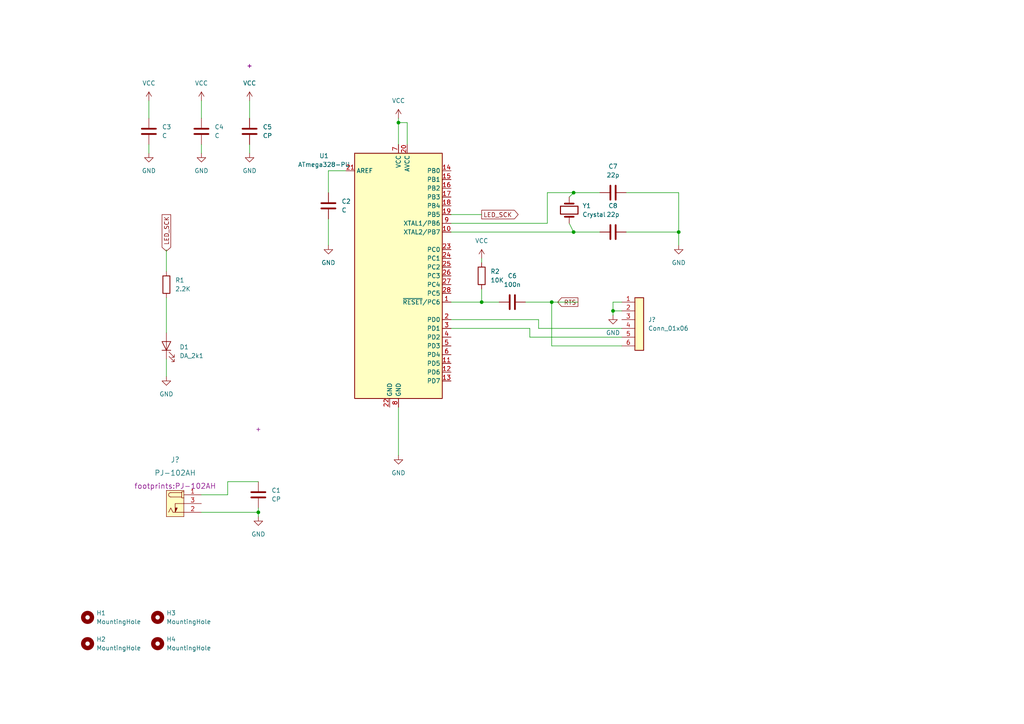
<source format=kicad_sch>
(kicad_sch (version 20211123) (generator eeschema)
  (paper "A4")
  (lib_symbols
    (symbol "HPS:ATmega328-PU"
      (property "Reference" "U" (at -11.43 39.37 0))
      (property "Value" "ATmega328-PU" (at -17.78 38.1 0))
      (symbol "ATmega328-PU_0_1"
        (rectangle (start -12.7 -35.56) (end 12.7 35.56) (stroke (width 0.254)) (fill (type background)))
      )
      (symbol "ATmega328-PU_1_1"
        (pin tri_state line (at 15.24 -7.62 180) (length 2.54) (name "~{RESET}/PC6") (number "1"))
        (pin tri_state line (at 15.24 12.7 180) (length 2.54) (name "XTAL2/PB7") (number "10"))
        (pin tri_state line (at 15.24 -25.4 180) (length 2.54) (name "PD5") (number "11"))
        (pin tri_state line (at 15.24 -27.94 180) (length 2.54) (name "PD6") (number "12"))
        (pin tri_state line (at 15.24 -30.48 180) (length 2.54) (name "PD7") (number "13"))
        (pin tri_state line (at 15.24 30.48 180) (length 2.54) (name "PB0") (number "14"))
        (pin tri_state line (at 15.24 27.94 180) (length 2.54) (name "PB1") (number "15"))
        (pin tri_state line (at 15.24 25.4 180) (length 2.54) (name "PB2") (number "16"))
        (pin tri_state line (at 15.24 22.86 180) (length 2.54) (name "PB3") (number "17"))
        (pin tri_state line (at 15.24 20.32 180) (length 2.54) (name "PB4") (number "18"))
        (pin tri_state line (at 15.24 17.78 180) (length 2.54) (name "PB5") (number "19"))
        (pin tri_state line (at 15.24 -12.7 180) (length 2.54) (name "PD0") (number "2"))
        (pin power_in line (at 2.54 38.1 270) (length 2.54) (name "AVCC") (number "20"))
        (pin passive line (at -15.24 30.48 0) (length 2.54) (name "AREF") (number "21"))
        (pin power_in line (at -2.54 -38.1 90) (length 2.54) (name "GND") (number "22"))
        (pin tri_state line (at 15.24 7.62 180) (length 2.54) (name "PC0") (number "23"))
        (pin tri_state line (at 15.24 5.08 180) (length 2.54) (name "PC1") (number "24"))
        (pin tri_state line (at 15.24 2.54 180) (length 2.54) (name "PC2") (number "25"))
        (pin tri_state line (at 15.24 0 180) (length 2.54) (name "PC3") (number "26"))
        (pin tri_state line (at 15.24 -2.54 180) (length 2.54) (name "PC4") (number "27"))
        (pin tri_state line (at 15.24 -5.08 180) (length 2.54) (name "PC5") (number "28"))
        (pin tri_state line (at 15.24 -15.24 180) (length 2.54) (name "PD1") (number "3"))
        (pin tri_state line (at 15.24 -17.78 180) (length 2.54) (name "PD2") (number "4"))
        (pin tri_state line (at 15.24 -20.32 180) (length 2.54) (name "PD3") (number "5"))
        (pin tri_state line (at 15.24 -22.86 180) (length 2.54) (name "PD4") (number "6"))
        (pin power_in line (at 0 38.1 270) (length 2.54) (name "VCC") (number "7"))
        (pin power_in line (at 0 -38.1 90) (length 2.54) (name "GND") (number "8"))
        (pin tri_state line (at 15.24 15.24 180) (length 2.54) (name "XTAL1/PB6") (number "9"))
      )
    )
    (symbol "HPS:C_0805_0.1uf" (pin_numbers hide) (pin_names (offset 0.254))
      (property "Reference" "C" (at 0.635 2.54 0))
      (property "Value" "C_0805_0.1uf" (at 0.635 -2.54 0))
      (symbol "C_0805_0.1uf_0_1"
        (polyline (pts (xy -2.032 -0.762) (xy 2.032 -0.762)) (stroke (width 0.508)))
        (polyline (pts (xy -2.032 0.762) (xy 2.032 0.762)) (stroke (width 0.508)))
      )
      (symbol "C_0805_0.1uf_1_1"
        (pin passive line (at 0 3.81 270) (length 2.794) (name "~") (number "1"))
        (pin passive line (at 0 -3.81 90) (length 2.794) (name "~") (number "2"))
      )
    )
    (symbol "HPS:Conn_01x06" (pin_names (offset 1.016) hide)
      (property "Reference" "J" (at 0 7.62 0))
      (property "Value" "Conn_01x06" (at 0 -10.16 0))
      (symbol "Conn_01x06_1_1"
        (rectangle (start -1.27 6.35) (end 1.27 -8.89) (stroke (width 0.254)) (fill (type background)))
        (pin passive line (at -5.08 5.08 0) (length 3.81) (name "Pin_1") (number "1"))
        (pin passive line (at -5.08 2.54 0) (length 3.81) (name "Pin_2") (number "2"))
        (pin passive line (at -5.08 0 0) (length 3.81) (name "Pin_3") (number "3"))
        (pin passive line (at -5.08 -2.54 0) (length 3.81) (name "Pin_4") (number "4"))
        (pin passive line (at -5.08 -5.08 0) (length 3.81) (name "Pin_5") (number "5"))
        (pin passive line (at -5.08 -7.62 0) (length 3.81) (name "Pin_6") (number "6"))
      )
    )
    (symbol "HPS:Crystal_32768Hz" (pin_numbers hide) (pin_names (offset 1.016) hide)
      (property "Reference" "Y" (at 0 3.81 0))
      (property "Value" "Crystal_32768Hz" (at 0 -3.81 0))
      (symbol "Crystal_32768Hz_0_1"
        (rectangle (start -1.143 2.54) (end 1.143 -2.54) (stroke (width 0.3048)))
        (polyline (pts (xy -2.54 0) (xy -1.905 0)))
        (polyline (pts (xy -1.905 -1.27) (xy -1.905 1.27)) (stroke (width 0.508)))
        (polyline (pts (xy 1.905 -1.27) (xy 1.905 1.27)) (stroke (width 0.508)))
        (polyline (pts (xy 2.54 0) (xy 1.905 0)))
      )
      (symbol "Crystal_32768Hz_1_1"
        (pin passive line (at -3.81 0 0) (length 1.27) (name "1") (number "1"))
        (pin passive line (at 3.81 0 180) (length 1.27) (name "2") (number "2"))
      )
    )
    (symbol "HPS:GND" (power) (pin_names (offset 0))
      (property "Value" "GND" (at 0 -3.81 0))
      (symbol "GND_0_1"
        (polyline (pts (xy 0 0) (xy 0 -1.27) (xy 1.27 -1.27) (xy 0 -2.54) (xy -1.27 -1.27) (xy 0 -1.27)))
      )
      (symbol "GND_1_1"
        (pin power_in line (at 0 0 270) (length 0) hide (name "GND") (number "1"))
      )
    )
    (symbol "HPS:LED_0805" (pin_numbers hide) (pin_names (offset 1.016) hide)
      (property "Reference" "D" (at 0 2.54 0))
      (property "Value" "LED_0805" (at 0 -2.54 0))
      (symbol "LED_0805_0_1"
        (polyline (pts (xy -1.27 -1.27) (xy -1.27 1.27)) (stroke (width 0.2032)))
        (polyline (pts (xy -1.27 0) (xy 1.27 0)))
        (polyline (pts (xy 1.27 -1.27) (xy 1.27 1.27) (xy -1.27 0) (xy 1.27 -1.27)) (stroke (width 0.2032)))
        (polyline (pts (xy -3.048 -0.762) (xy -4.572 -2.286) (xy -3.81 -2.286) (xy -4.572 -2.286) (xy -4.572 -1.524)))
        (polyline (pts (xy -1.778 -0.762) (xy -3.302 -2.286) (xy -2.54 -2.286) (xy -3.302 -2.286) (xy -3.302 -1.524)))
      )
      (symbol "LED_0805_1_1"
        (pin passive line (at -3.81 0 0) (length 2.54) (name "K") (number "1"))
        (pin passive line (at 3.81 0 180) (length 2.54) (name "A") (number "2"))
      )
    )
    (symbol "HPS:MountingHole" (pin_names (offset 1.016))
      (property "Reference" "H" (at 0 5.08 0))
      (property "Value" "MountingHole" (at 0 3.175 0))
      (symbol "MountingHole_0_1"
        (circle (center 0 0) (radius 1.27) (stroke (width 1.27)))
      )
    )
    (symbol "HPS:PJ-102AH" (pin_names (offset 1.016) hide)
      (property "Reference" "J" (at -2.54 5.08 0))
      (property "Value" "PJ-102AH" (at 0 -5.334 0))
      (property "Footprint" "footprints:PJ-102AH" (at 0 -7.874 0))
      (symbol "PJ-102AH_0_1"
        (arc (start -3.81 3.175) (mid -4.445 2.54) (end -3.81 1.905))
        (polyline (pts (xy -0.635 1.905) (xy -3.81 1.905)))
        (polyline (pts (xy -0.635 1.905) (xy -0.635 3.175)))
        (polyline (pts (xy -0.635 3.175) (xy -3.81 3.175)))
        (polyline (pts (xy -2.54 -1.27) (xy -2.54 0) (xy 0 0)))
        (polyline (pts (xy -0.635 1.905) (xy -0.635 1.651) (xy 0 1.651)))
        (polyline (pts (xy -0.635 3.175) (xy -0.635 3.429) (xy 0 3.429)))
        (polyline (pts (xy -2.54 -2.54) (xy -1.905 -1.27) (xy -2.54 -1.27) (xy -2.54 -2.54)) (fill (type outline)))
        (polyline (pts (xy 0 -2.54) (xy -3.175 -2.54) (xy -3.81 -1.27) (xy -4.445 -2.54)))
        (rectangle (start 0 3.81) (end -5.08 -3.81) (fill (type background)))
      )
      (symbol "PJ-102AH_1_1"
        (pin passive line (at 5.08 2.54 180) (length 5.08) (name "POLE") (number "1"))
        (pin passive line (at 5.08 -2.54 180) (length 5.08) (name "OUT") (number "2"))
        (pin passive line (at 5.08 0 180) (length 5.08) (name "OUT") (number "3"))
      )
    )
    (symbol "HPS:R_0805_10K" (pin_numbers hide) (pin_names (offset 0))
      (property "Reference" "R" (at 2.032 0 90))
      (property "Value" "R_0805_10K" (at -2.54 0 90))
      (symbol "R_0805_10K_0_1"
        (rectangle (start -1.016 -2.54) (end 1.016 2.54) (stroke (width 0.254)))
      )
      (symbol "R_0805_10K_1_1"
        (pin passive line (at 0 3.81 270) (length 1.27) (name "~") (number "1"))
        (pin passive line (at 0 -3.81 90) (length 1.27) (name "~") (number "2"))
      )
    )
    (symbol "HPS:R_0805_2.2K" (pin_numbers hide) (pin_names (offset 0))
      (property "Reference" "R" (at 2.032 0 90))
      (property "Value" "R_0805_2.2K" (at -2.54 0 90))
      (symbol "R_0805_2.2K_0_1"
        (rectangle (start -1.016 -2.54) (end 1.016 2.54) (stroke (width 0.254)))
      )
      (symbol "R_0805_2.2K_1_1"
        (pin passive line (at 0 3.81 270) (length 1.27) (name "~") (number "1"))
        (pin passive line (at 0 -3.81 90) (length 1.27) (name "~") (number "2"))
      )
    )
    (symbol "HPS:VCC" (power) (pin_names (offset 0))
      (property "Value" "VCC" (at 0 3.81 0))
      (symbol "VCC_0_1"
        (polyline (pts (xy -0.762 1.27) (xy 0 2.54)))
        (polyline (pts (xy 0 0) (xy 0 2.54)))
        (polyline (pts (xy 0 2.54) (xy 0.762 1.27)))
      )
      (symbol "VCC_1_1"
        (pin power_in line (at 0 0 90) (length 0) hide (name "VCC") (number "1"))
      )
    )
  )
  (junction (at 166.37 55.88))
  (junction (at 166.37 67.31))
  (junction (at 139.7 87.63))
  (junction (at 177.8 90.17))
  (junction (at 115.57 35.56))
  (junction (at 196.85 67.31))
  (junction (at 160.02 87.63))
  (junction (at 74.93 148.59))
  (wire (pts (xy 180.34 95.25) (xy 156.21 95.25)))
  (wire (pts (xy 156.21 92.71) (xy 130.81 92.71)))
  (wire (pts (xy 196.85 55.88) (xy 196.85 67.31)))
  (wire (pts (xy 58.42 29.21) (xy 58.42 34.29)))
  (wire (pts (xy 130.81 67.31) (xy 166.37 67.31)))
  (wire (pts (xy 130.81 62.23) (xy 139.7 62.23)))
  (wire (pts (xy 72.39 29.21) (xy 72.39 34.29)))
  (wire (pts (xy 115.57 35.56) (xy 115.57 41.91)))
  (wire (pts (xy 177.8 90.17) (xy 180.34 90.17)))
  (wire (pts (xy 58.42 143.51) (xy 66.04 143.51)))
  (wire (pts (xy 118.11 35.56) (xy 115.57 35.56)))
  (wire (pts (xy 43.18 41.91) (xy 43.18 44.45)))
  (wire (pts (xy 66.04 139.7) (xy 74.93 139.7)))
  (wire (pts (xy 152.4 87.63) (xy 160.02 87.63)))
  (wire (pts (xy 165.1 64.77) (xy 166.37 67.31)))
  (wire (pts (xy 139.7 74.93) (xy 139.7 76.2)))
  (wire (pts (xy 166.37 55.88) (xy 173.99 55.88)))
  (wire (pts (xy 156.21 95.25) (xy 156.21 92.71)))
  (wire (pts (xy 74.93 147.32) (xy 74.93 148.59)))
  (wire (pts (xy 95.25 63.5) (xy 95.25 71.12)))
  (wire (pts (xy 43.18 29.21) (xy 43.18 34.29)))
  (wire (pts (xy 160.02 87.63) (xy 160.02 100.33)))
  (wire (pts (xy 48.26 72.39) (xy 48.26 78.74)))
  (wire (pts (xy 166.37 67.31) (xy 173.99 67.31)))
  (wire (pts (xy 130.81 87.63) (xy 139.7 87.63)))
  (wire (pts (xy 160.02 87.63) (xy 167.64 87.63)))
  (wire (pts (xy 139.7 87.63) (xy 144.78 87.63)))
  (wire (pts (xy 180.34 87.63) (xy 177.8 87.63)))
  (wire (pts (xy 115.57 34.29) (xy 115.57 35.56)))
  (wire (pts (xy 158.75 55.88) (xy 166.37 55.88)))
  (wire (pts (xy 158.75 64.77) (xy 158.75 55.88)))
  (wire (pts (xy 177.8 90.17) (xy 177.8 91.44)))
  (wire (pts (xy 72.39 41.91) (xy 72.39 44.45)))
  (wire (pts (xy 130.81 64.77) (xy 158.75 64.77)))
  (wire (pts (xy 181.61 55.88) (xy 196.85 55.88)))
  (wire (pts (xy 177.8 87.63) (xy 177.8 90.17)))
  (wire (pts (xy 153.67 95.25) (xy 153.67 97.79)))
  (wire (pts (xy 115.57 118.11) (xy 115.57 132.08)))
  (wire (pts (xy 196.85 67.31) (xy 181.61 67.31)))
  (wire (pts (xy 74.93 148.59) (xy 74.93 149.86)))
  (wire (pts (xy 139.7 83.82) (xy 139.7 87.63)))
  (wire (pts (xy 66.04 143.51) (xy 66.04 139.7)))
  (wire (pts (xy 196.85 67.31) (xy 196.85 71.12)))
  (wire (pts (xy 58.42 41.91) (xy 58.42 44.45)))
  (wire (pts (xy 166.37 55.88) (xy 165.1 57.15)))
  (wire (pts (xy 153.67 97.79) (xy 180.34 97.79)))
  (wire (pts (xy 95.25 49.53) (xy 95.25 55.88)))
  (wire (pts (xy 130.81 95.25) (xy 153.67 95.25)))
  (wire (pts (xy 160.02 100.33) (xy 180.34 100.33)))
  (wire (pts (xy 118.11 41.91) (xy 118.11 35.56)))
  (wire (pts (xy 74.93 148.59) (xy 58.42 148.59)))
  (wire (pts (xy 100.33 49.53) (xy 95.25 49.53)))
  (wire (pts (xy 48.26 86.36) (xy 48.26 96.52)))
  (wire (pts (xy 48.26 104.14) (xy 48.26 109.22)))
  (global_label "LED_SCK" (shape output) (at 139.7 62.23 0) (property "Intersheet References" "${INTERSHEET_REFS}" (effects hide)))
  (global_label "LED_SCK" (shape output) (at 48.26 62.23 270) (property "Intersheet References" "${INTERSHEET_REFS}" (effects hide)))
  (global_label "RTS" (shape output) (at 167.64 87.63 180) (property "Intersheet References" "${INTERSHEET_REFS}" (effects hide)))
  (symbol (lib_id "HPS:VCC") (at 139.7 74.93 0) (unit 1)
    (property "Reference" "#PWR?" (effects hide))
    (property "Value" "VCC" (at 139.7 69.85 0))
  )
  (symbol (lib_id "HPS:Crystal_32768Hz") (at 165.1 60.96 270) (unit 1)
    (property "Reference" "Y1" (at 168.91 59.6899 90) (effects (justify left)))
    (property "Value" "Crystal" (at 168.91 62.2299 90) (effects (justify left)))
    (property "Footprint" "footprints:Crystal_SMD_2Pin_3.2x1.5mm" (effects hide))
    (property "Datasheet" "https://www.jauch.com/downloadfile/57fde22d50dbf_d3c203011c87952f2834/jtx310-auto-2-210512.pdf" (effects hide))
    (property "MFG" "Jauch Quartz" (effects hide))
    (property "MPN" "Q 0,032768-JTX310-12,5-20-T1-HMR-50K-LF" (effects hide))
    (property "Digikey PN" "1908-1314-1-ND" (effects hide))
    (property "Mouser PN" "N/A" (effects hide))
  )
  (symbol (lib_id "HPS:C_0805_0.1uf") (at 177.8 55.88 270) (unit 1)
    (property "Reference" "C7" (at 177.8 48.26 90))
    (property "Value" "22p" (at 177.8 50.8 90))
    (property "Footprint" "footprints:C_0805_2012Metric" (effects hide))
    (property "Datasheet" "https://datasheets.avx.com/X7RDielectric.pdf" (effects hide))
    (property "MFG" "AVX Corporation" (effects hide))
    (property "MPN" "08055C104KAT2A" (effects hide))
    (property "Digikey PN" "478-1395-1-ND" (effects hide))
    (property "Mouser PN" "N/A" (effects hide))
    (property "Voltage" "N/A" (effects hide))
    (property "Dielectric" "N/A" (effects hide))
    (property "Tolerance" "N/A" (effects hide))
  )
  (symbol (lib_id "HPS:C_0805_0.1uf") (at 43.18 38.1 180) (unit 1)
    (property "Reference" "C3" (at 46.99 36.8299 0) (effects (justify right)))
    (property "Value" "C" (at 46.99 39.3699 0) (effects (justify right)))
    (property "Footprint" "footprints:C_0805_2012Metric" (effects hide))
    (property "Datasheet" "https://datasheets.avx.com/X7RDielectric.pdf" (effects hide))
    (property "MFG" "AVX Corporation" (effects hide))
    (property "MPN" "08055C104KAT2A" (effects hide))
    (property "Digikey PN" "478-1395-1-ND" (effects hide))
    (property "Mouser PN" "N/A" (effects hide))
    (property "Voltage" "N/A" (effects hide))
    (property "Dielectric" "N/A" (effects hide))
    (property "Tolerance" "N/A" (effects hide))
  )
  (symbol (lib_id "HPS:MountingHole") (at 45.72 179.07 0) (unit 1)
    (property "Reference" "H3" (at 48.26 177.7999 0) (effects (justify left)))
    (property "Value" "MountingHole" (at 48.26 180.3399 0) (effects (justify left)))
    (property "Footprint" "footprints:MountingHole_3.2mm_M3" (effects hide))
  )
  (symbol (lib_id "HPS:C_0805_0.1uf") (at 72.39 38.1 180) (unit 1)
    (property "Reference" "C5" (at 76.2 36.8299 0) (effects (justify right)))
    (property "Value" "CP" (at 76.2 39.3699 0) (effects (justify right)))
    (property "Footprint" "footprints:C_0805_2012Metric" (effects hide))
    (property "Datasheet" "https://datasheets.avx.com/X7RDielectric.pdf" (effects hide))
    (property "MFG" "AVX Corporation" (effects hide))
    (property "MPN" "08055C104KAT2A" (effects hide))
    (property "Digikey PN" "478-1395-1-ND" (effects hide))
    (property "Mouser PN" "N/A" (effects hide))
    (property "Voltage" "+" (at 72.39 19.05 0))
    (property "Dielectric" "N/A" (effects hide))
    (property "Tolerance" "N/A" (effects hide))
  )
  (symbol (lib_id "HPS:LED_0805") (at 48.26 100.33 90) (unit 1)
    (property "Reference" "D1" (at 52.07 100.6601 90) (effects (justify right)))
    (property "Value" "DA_2k1" (at 52.07 103.2001 90) (effects (justify right)))
    (property "Footprint" "footprints:LED_0805_2012Metric" (effects hide))
    (property "Datasheet" "https://www.we-online.de/katalog/datasheet/150080RS75000.pdf" (effects hide))
    (property "MFG" "Würth Elektronik" (effects hide))
    (property "MPN" "150080RS75000" (effects hide))
    (property "Digikey PN" "732-4984-1-ND" (effects hide))
    (property "Mouser PN" "N/A" (effects hide))
  )
  (symbol (lib_id "HPS:GND") (at 43.18 44.45 0) (unit 1)
    (property "Reference" "#PWR?" (effects hide))
    (property "Value" "GND" (at 43.18 49.53 0))
  )
  (symbol (lib_id "HPS:PJ-102AH") (at 53.34 146.05 0) (unit 1)
    (property "Reference" "J?" (at 50.8 133.35 0) (effects (font (size 1.524 1.524))))
    (property "Value" "PJ-102AH" (at 50.8 137.16 0) (effects (font (size 1.524 1.524))))
    (property "Footprint" "footprints:PJ-102AH" (at 50.8 140.97 0) (effects (font (size 1.524 1.524))))
    (property "Datasheet" "https://www.cuidevices.com/product/resource/pj-102ah.pdf" (effects hide))
    (property "MFG" "CUI Devices" (effects hide))
    (property "MPN" "PJ-102AH" (effects hide))
    (property "Digikey PN" "CP-102AH-ND" (effects hide))
    (property "Mouser PN" "490-PJ-102AH" (effects hide))
  )
  (symbol (lib_id "HPS:MountingHole") (at 25.4 179.07 0) (unit 1)
    (property "Reference" "H1" (at 27.94 177.7999 0) (effects (justify left)))
    (property "Value" "MountingHole" (at 27.94 180.3399 0) (effects (justify left)))
    (property "Footprint" "footprints:MountingHole_3.2mm_M3" (effects hide))
  )
  (symbol (lib_id "HPS:C_0805_0.1uf") (at 74.93 143.51 180) (unit 1)
    (property "Reference" "C1" (at 78.74 142.2399 0) (effects (justify right)))
    (property "Value" "CP" (at 78.74 144.7799 0) (effects (justify right)))
    (property "Footprint" "footprints:C_0805_2012Metric" (effects hide))
    (property "Datasheet" "https://datasheets.avx.com/X7RDielectric.pdf" (effects hide))
    (property "MFG" "AVX Corporation" (effects hide))
    (property "MPN" "08055C104KAT2A" (effects hide))
    (property "Digikey PN" "478-1395-1-ND" (effects hide))
    (property "Mouser PN" "N/A" (effects hide))
    (property "Voltage" "+" (at 74.93 124.46 0))
    (property "Dielectric" "N/A" (effects hide))
    (property "Tolerance" "N/A" (effects hide))
  )
  (symbol (lib_id "HPS:GND") (at 196.85 71.12 0) (unit 1)
    (property "Reference" "#PWR?" (effects hide))
    (property "Value" "GND" (at 196.85 76.2 0))
  )
  (symbol (lib_id "HPS:ATmega328-PU") (at 115.57 80.01 0) (unit 1)
    (property "Reference" "U1" (at 93.98 45.1993 0))
    (property "Value" "ATmega328-PU" (at 93.98 47.7393 0))
    (property "Footprint" "footprints:DIP-28_W7.62mm" (effects hide))
    (property "Datasheet" "http://www.microchip.com/mymicrochip/filehandler.aspx?ddocname=en608326" (effects hide))
    (property "MFG" "On Shore Technology Inc." (effects hide))
    (property "MPN" "ED281DT" (effects hide))
    (property "Digikey PN" "ED3050-5-ND" (effects hide))
    (property "Mouser PN" "N/A" (effects hide))
  )
  (symbol (lib_id "HPS:VCC") (at 58.42 29.21 0) (unit 1)
    (property "Reference" "#PWR?" (effects hide))
    (property "Value" "VCC" (at 58.42 24.13 0))
  )
  (symbol (lib_id "HPS:VCC") (at 115.57 34.29 0) (unit 1)
    (property "Reference" "#PWR?" (effects hide))
    (property "Value" "VCC" (at 115.57 29.21 0))
  )
  (symbol (lib_id "HPS:VCC") (at 43.18 29.21 0) (unit 1)
    (property "Reference" "#PWR?" (effects hide))
    (property "Value" "VCC" (at 43.18 24.13 0))
  )
  (symbol (lib_id "HPS:VCC") (at 72.39 29.21 0) (unit 1)
    (property "Reference" "#PWR?" (effects hide))
    (property "Value" "VCC" (at 72.39 24.13 0))
  )
  (symbol (lib_id "HPS:R_0805_2.2K") (at 48.26 82.55 0) (unit 1)
    (property "Reference" "R1" (at 50.8 81.2799 0) (effects (justify left)))
    (property "Value" "2.2K" (at 50.8 83.8199 0) (effects (justify left)))
    (property "Footprint" "footprints:R_0805_2012Metric" (effects hide))
    (property "Datasheet" "https://www.digikey.com/en/products/detail/yageo/RC0805FR-072K2L/727676" (effects hide))
    (property "MFG" "N/A" (effects hide))
    (property "MPN" "N/A" (effects hide))
    (property "Digikey PN" "311-2.20KCRCT-ND" (effects hide))
    (property "Mouser PN" "N/A" (effects hide))
    (property "Power" "N/A" (effects hide))
    (property "Tolerance" "N/A" (effects hide))
  )
  (symbol (lib_id "HPS:GND") (at 115.57 132.08 0) (unit 1)
    (property "Reference" "#PWR?" (effects hide))
    (property "Value" "GND" (at 115.57 137.16 0))
  )
  (symbol (lib_id "HPS:GND") (at 72.39 44.45 0) (unit 1)
    (property "Reference" "#PWR?" (effects hide))
    (property "Value" "GND" (at 72.39 49.53 0))
  )
  (symbol (lib_id "HPS:R_0805_10K") (at 139.7 80.01 0) (unit 1)
    (property "Reference" "R2" (at 142.24 78.7399 0) (effects (justify left)))
    (property "Value" "10K" (at 142.24 81.2799 0) (effects (justify left)))
    (property "Footprint" "footprints:R_0805_2012Metric" (effects hide))
    (property "Datasheet" "https://www.digikey.com/en/products/detail/yageo/RC0805FR-0710KL/727535" (effects hide))
    (property "MFG" "Yageo" (effects hide))
    (property "MPN" "RC0805FR-0710KL" (effects hide))
    (property "Digikey PN" "311-10.0KCRCT-ND" (effects hide))
    (property "Mouser PN" "N/A" (effects hide))
    (property "Power" "N/A" (effects hide))
    (property "Tolerance" "N/A" (effects hide))
  )
  (symbol (lib_id "HPS:C_0805_0.1uf") (at 58.42 38.1 180) (unit 1)
    (property "Reference" "C4" (at 62.23 36.8299 0) (effects (justify right)))
    (property "Value" "C" (at 62.23 39.3699 0) (effects (justify right)))
    (property "Footprint" "footprints:C_0805_2012Metric" (effects hide))
    (property "Datasheet" "https://datasheets.avx.com/X7RDielectric.pdf" (effects hide))
    (property "MFG" "AVX Corporation" (effects hide))
    (property "MPN" "08055C104KAT2A" (effects hide))
    (property "Digikey PN" "478-1395-1-ND" (effects hide))
    (property "Mouser PN" "N/A" (effects hide))
    (property "Voltage" "N/A" (effects hide))
    (property "Dielectric" "N/A" (effects hide))
    (property "Tolerance" "N/A" (effects hide))
  )
  (symbol (lib_id "HPS:GND") (at 58.42 44.45 0) (unit 1)
    (property "Reference" "#PWR?" (effects hide))
    (property "Value" "GND" (at 58.42 49.53 0))
  )
  (symbol (lib_id "HPS:MountingHole") (at 25.4 186.69 0) (unit 1)
    (property "Reference" "H2" (at 27.94 185.4199 0) (effects (justify left)))
    (property "Value" "MountingHole" (at 27.94 187.9599 0) (effects (justify left)))
    (property "Footprint" "footprints:MountingHole_3.2mm_M3" (effects hide))
  )
  (symbol (lib_id "HPS:GND") (at 95.25 71.12 0) (unit 1)
    (property "Reference" "#PWR?" (effects hide))
    (property "Value" "GND" (at 95.25 76.2 0))
  )
  (symbol (lib_id "HPS:GND") (at 48.26 109.22 0) (unit 1)
    (property "Reference" "#PWR?" (effects hide))
    (property "Value" "GND" (at 48.26 114.3 0))
  )
  (symbol (lib_id "HPS:Conn_01x06") (at 185.42 92.71 0) (unit 1)
    (property "Reference" "J?" (at 187.96 92.7099 0) (effects (justify left)))
    (property "Value" "Conn_01x06" (at 187.96 95.2499 0) (effects (justify left)))
    (property "Footprint" "footprints:PinHeader_1x06_P2.54mm_Vertical" (effects hide))
    (property "Datasheet" "https://www.we-online.de/katalog/datasheet/6130xx11121.pdf" (effects hide))
    (property "MFG" "Würth Elektronik" (effects hide))
    (property "MPN" "61300611121" (effects hide))
    (property "Digikey PN" "732-5319-ND" (effects hide))
    (property "Mouser PN" "N/A" (effects hide))
  )
  (symbol (lib_id "HPS:C_0805_0.1uf") (at 148.59 87.63 270) (unit 1)
    (property "Reference" "C6" (at 148.59 80.01 90))
    (property "Value" "100n" (at 148.59 82.55 90))
    (property "Footprint" "footprints:C_0805_2012Metric" (effects hide))
    (property "Datasheet" "https://datasheets.avx.com/X7RDielectric.pdf" (effects hide))
    (property "MFG" "AVX Corporation" (effects hide))
    (property "MPN" "08055C104KAT2A" (effects hide))
    (property "Digikey PN" "478-1395-1-ND" (effects hide))
    (property "Mouser PN" "N/A" (effects hide))
    (property "Voltage" "N/A" (effects hide))
    (property "Dielectric" "N/A" (effects hide))
    (property "Tolerance" "N/A" (effects hide))
  )
  (symbol (lib_id "HPS:GND") (at 177.8 91.44 0) (unit 1)
    (property "Reference" "#PWR?" (effects hide))
    (property "Value" "GND" (at 177.8 96.52 0))
  )
  (symbol (lib_id "HPS:C_0805_0.1uf") (at 95.25 59.69 0) (unit 1)
    (property "Reference" "C2" (at 99.06 58.4199 0) (effects (justify left)))
    (property "Value" "C" (at 99.06 60.9599 0) (effects (justify left)))
    (property "Footprint" "footprints:C_0805_2012Metric" (effects hide))
    (property "Datasheet" "https://datasheets.avx.com/X7RDielectric.pdf" (effects hide))
    (property "MFG" "AVX Corporation" (effects hide))
    (property "MPN" "08055C104KAT2A" (effects hide))
    (property "Digikey PN" "478-1395-1-ND" (effects hide))
    (property "Mouser PN" "N/A" (effects hide))
    (property "Voltage" "N/A" (effects hide))
    (property "Dielectric" "N/A" (effects hide))
    (property "Tolerance" "N/A" (effects hide))
  )
  (symbol (lib_id "HPS:C_0805_0.1uf") (at 177.8 67.31 270) (unit 1)
    (property "Reference" "C8" (at 177.8 59.69 90))
    (property "Value" "22p" (at 177.8 62.23 90))
    (property "Footprint" "footprints:C_0805_2012Metric" (effects hide))
    (property "Datasheet" "https://datasheets.avx.com/X7RDielectric.pdf" (effects hide))
    (property "MFG" "AVX Corporation" (effects hide))
    (property "MPN" "08055C104KAT2A" (effects hide))
    (property "Digikey PN" "478-1395-1-ND" (effects hide))
    (property "Mouser PN" "N/A" (effects hide))
    (property "Voltage" "N/A" (effects hide))
    (property "Dielectric" "N/A" (effects hide))
    (property "Tolerance" "N/A" (effects hide))
  )
  (symbol (lib_id "HPS:GND") (at 74.93 149.86 0) (unit 1)
    (property "Reference" "#PWR?" (effects hide))
    (property "Value" "GND" (at 74.93 154.94 0))
  )
  (symbol (lib_id "HPS:MountingHole") (at 45.72 186.69 0) (unit 1)
    (property "Reference" "H4" (at 48.26 185.4199 0) (effects (justify left)))
    (property "Value" "MountingHole" (at 48.26 187.9599 0) (effects (justify left)))
    (property "Footprint" "footprints:MountingHole_3.2mm_M3" (effects hide))
  )
)
</source>
